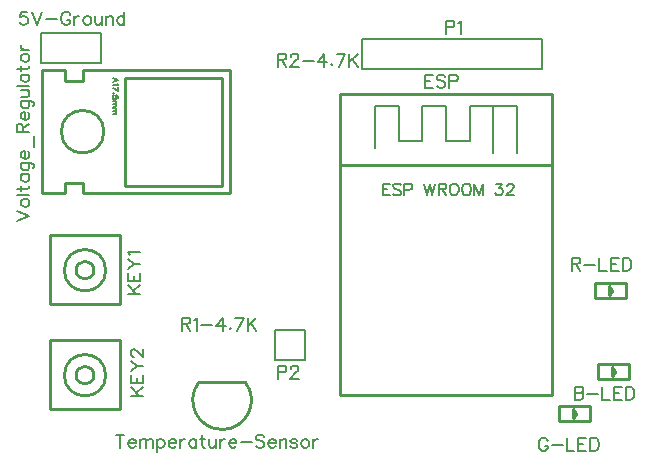
<source format=gto>
G04 ---------------------------- Layer name :TOP SILK LAYER*
G04 EasyEDA v5.8.20, Mon, 11 Feb 2019 17:59:45 GMT*
G04 65bf9d44a92e4a059924f4159289745f*
G04 Gerber Generator version 0.2*
G04 Scale: 100 percent, Rotated: No, Reflected: No *
G04 Dimensions in inches *
G04 leading zeros omitted , absolute positions ,2 integer and 4 decimal *
%FSLAX24Y24*%
%MOIN*%
G90*
G70D02*

%ADD23C,0.010000*%
%ADD24C,0.007874*%
%ADD25C,0.008000*%
%ADD26C,0.007992*%
%ADD27C,0.007000*%
%ADD28C,0.006000*%

%LPD*%
G54D23*
G01X11369Y12355D02*
G01X18456Y12355D01*
G01X11369Y2317D02*
G01X18455Y2315D01*
G01X18456Y12355D02*
G01X18456Y2315D01*
G01X11368Y12355D02*
G01X11368Y2317D01*
G01X11368Y9992D02*
G01X18456Y9992D01*
G54D24*
G01X12551Y10546D02*
G01X12551Y11963D01*
G01X13338Y11963D01*
G01X13338Y10782D01*
G01X14126Y10782D01*
G01X14126Y11963D01*
G01X14913Y11963D01*
G01X14913Y10782D01*
G01X15701Y10782D01*
G01X15701Y11963D01*
G01X17275Y11963D01*
G01X17275Y10388D01*
G01X16488Y10388D02*
G01X16488Y11963D01*
G54D23*
G01X1717Y5357D02*
G01X4040Y5357D01*
G01X4040Y7640D01*
G01X1717Y7640D01*
G01X1717Y5357D01*
G01X1717Y1857D02*
G01X4040Y1857D01*
G01X4040Y4140D01*
G01X1717Y4140D01*
G01X1717Y1857D01*
G01X6669Y2740D02*
G01X8228Y2740D01*
G01X7700Y9050D02*
G01X7700Y13150D01*
G01X1450Y13150D02*
G01X1450Y9050D01*
G01X7700Y13150D02*
G01X2800Y13150D01*
G01X2800Y13150D02*
G01X2800Y12800D01*
G01X2800Y12800D02*
G01X2200Y12800D01*
G01X2200Y12800D02*
G01X2200Y13150D01*
G01X2200Y13150D02*
G01X1450Y13150D01*
G01X7700Y9050D02*
G01X2800Y9050D01*
G01X2800Y9050D02*
G01X2800Y9400D01*
G01X2800Y9400D02*
G01X2200Y9400D01*
G01X2200Y9400D02*
G01X2200Y9050D01*
G01X2200Y9050D02*
G01X1450Y9050D01*
G01X7450Y9300D02*
G01X7450Y12900D01*
G01X4200Y12900D02*
G01X7450Y12900D01*
G01X4200Y12900D02*
G01X4200Y9300D01*
G01X7450Y9300D02*
G01X4200Y9300D01*
G54D25*
G01X1400Y13400D02*
G01X1400Y14390D01*
G01X3400Y14390D01*
G01X3400Y13400D01*
G01X1400Y13400D01*
G01X12850Y14200D02*
G01X12100Y14200D01*
G01X12100Y13200D01*
G01X18100Y13200D01*
G01X18100Y14200D01*
G54D26*
G01X18100Y14200D02*
G01X12850Y14200D01*
G54D25*
G01X10200Y3500D02*
G01X9200Y3500D01*
G01X9200Y4500D01*
G01X10200Y4500D01*
G01X10200Y3750D01*
G54D26*
G01X10200Y3500D02*
G01X10200Y3750D01*
G54D23*
G01X19880Y6050D02*
G01X20919Y6050D01*
G01X20919Y5550D01*
G01X19880Y5550D01*
G01X19880Y6050D01*
G01X20350Y5950D02*
G01X20350Y5650D01*
G01X20400Y5730D01*
G01X20450Y5800D01*
G01X20400Y5869D01*
G01X20350Y5950D01*
G01X20380Y5900D02*
G01X20380Y5700D01*
G01X20400Y5869D02*
G01X20400Y5730D01*
G01X19980Y3350D02*
G01X21019Y3350D01*
G01X21019Y2850D01*
G01X19980Y2850D01*
G01X19980Y3350D01*
G01X20450Y3250D02*
G01X20450Y2950D01*
G01X20500Y3030D01*
G01X20550Y3100D01*
G01X20500Y3169D01*
G01X20450Y3250D01*
G01X20480Y3200D02*
G01X20480Y3000D01*
G01X20500Y3169D02*
G01X20500Y3030D01*
G01X18680Y1950D02*
G01X19719Y1950D01*
G01X19719Y1450D01*
G01X18680Y1450D01*
G01X18680Y1950D01*
G01X19150Y1850D02*
G01X19150Y1550D01*
G01X19200Y1630D01*
G01X19250Y1700D01*
G01X19200Y1769D01*
G01X19150Y1850D01*
G01X19180Y1800D02*
G01X19180Y1600D01*
G01X19200Y1769D02*
G01X19200Y1630D01*
G54D27*
G01X14200Y13000D02*
G01X14200Y12571D01*
G01X14200Y13000D02*
G01X14465Y13000D01*
G01X14200Y12796D02*
G01X14364Y12796D01*
G01X14200Y12571D02*
G01X14465Y12571D01*
G01X14886Y12939D02*
G01X14846Y12980D01*
G01X14785Y13000D01*
G01X14702Y13000D01*
G01X14642Y12980D01*
G01X14601Y12939D01*
G01X14601Y12898D01*
G01X14621Y12857D01*
G01X14642Y12837D01*
G01X14682Y12816D01*
G01X14805Y12775D01*
G01X14846Y12755D01*
G01X14867Y12734D01*
G01X14886Y12694D01*
G01X14886Y12632D01*
G01X14846Y12591D01*
G01X14785Y12571D01*
G01X14702Y12571D01*
G01X14642Y12591D01*
G01X14601Y12632D01*
G01X15022Y13000D02*
G01X15022Y12571D01*
G01X15022Y13000D02*
G01X15206Y13000D01*
G01X15268Y12980D01*
G01X15288Y12959D01*
G01X15309Y12919D01*
G01X15309Y12857D01*
G01X15288Y12816D01*
G01X15268Y12796D01*
G01X15206Y12775D01*
G01X15022Y12775D01*
G01X12798Y9365D02*
G01X12798Y8983D01*
G01X12798Y9365D02*
G01X13034Y9365D01*
G01X12798Y9183D02*
G01X12943Y9183D01*
G01X12798Y8983D02*
G01X13034Y8983D01*
G01X13409Y9311D02*
G01X13373Y9347D01*
G01X13318Y9365D01*
G01X13245Y9365D01*
G01X13191Y9347D01*
G01X13154Y9311D01*
G01X13154Y9274D01*
G01X13173Y9238D01*
G01X13191Y9220D01*
G01X13227Y9202D01*
G01X13336Y9165D01*
G01X13373Y9147D01*
G01X13391Y9129D01*
G01X13409Y9092D01*
G01X13409Y9038D01*
G01X13373Y9002D01*
G01X13318Y8983D01*
G01X13245Y8983D01*
G01X13191Y9002D01*
G01X13154Y9038D01*
G01X13529Y9365D02*
G01X13529Y8983D01*
G01X13529Y9365D02*
G01X13693Y9365D01*
G01X13747Y9347D01*
G01X13765Y9329D01*
G01X13783Y9292D01*
G01X13783Y9238D01*
G01X13765Y9202D01*
G01X13747Y9183D01*
G01X13693Y9165D01*
G01X13529Y9165D01*
G01X14183Y9365D02*
G01X14274Y8983D01*
G01X14365Y9365D02*
G01X14274Y8983D01*
G01X14365Y9365D02*
G01X14456Y8983D01*
G01X14547Y9365D02*
G01X14456Y8983D01*
G01X14667Y9365D02*
G01X14667Y8983D01*
G01X14667Y9365D02*
G01X14831Y9365D01*
G01X14885Y9347D01*
G01X14903Y9329D01*
G01X14922Y9292D01*
G01X14922Y9256D01*
G01X14903Y9220D01*
G01X14885Y9202D01*
G01X14831Y9183D01*
G01X14667Y9183D01*
G01X14794Y9183D02*
G01X14922Y8983D01*
G01X15151Y9365D02*
G01X15114Y9347D01*
G01X15078Y9311D01*
G01X15060Y9274D01*
G01X15042Y9220D01*
G01X15042Y9129D01*
G01X15060Y9074D01*
G01X15078Y9038D01*
G01X15114Y9002D01*
G01X15151Y8983D01*
G01X15223Y8983D01*
G01X15260Y9002D01*
G01X15296Y9038D01*
G01X15314Y9074D01*
G01X15333Y9129D01*
G01X15333Y9220D01*
G01X15314Y9274D01*
G01X15296Y9311D01*
G01X15260Y9347D01*
G01X15223Y9365D01*
G01X15151Y9365D01*
G01X15562Y9365D02*
G01X15525Y9347D01*
G01X15489Y9311D01*
G01X15471Y9274D01*
G01X15453Y9220D01*
G01X15453Y9129D01*
G01X15471Y9074D01*
G01X15489Y9038D01*
G01X15525Y9002D01*
G01X15562Y8983D01*
G01X15634Y8983D01*
G01X15671Y9002D01*
G01X15707Y9038D01*
G01X15725Y9074D01*
G01X15743Y9129D01*
G01X15743Y9220D01*
G01X15725Y9274D01*
G01X15707Y9311D01*
G01X15671Y9347D01*
G01X15634Y9365D01*
G01X15562Y9365D01*
G01X15863Y9365D02*
G01X15863Y8983D01*
G01X15863Y9365D02*
G01X16009Y8983D01*
G01X16154Y9365D02*
G01X16009Y8983D01*
G01X16154Y9365D02*
G01X16154Y8983D01*
G01X16591Y9365D02*
G01X16791Y9365D01*
G01X16682Y9220D01*
G01X16736Y9220D01*
G01X16773Y9202D01*
G01X16791Y9183D01*
G01X16809Y9129D01*
G01X16809Y9092D01*
G01X16791Y9038D01*
G01X16754Y9002D01*
G01X16700Y8983D01*
G01X16645Y8983D01*
G01X16591Y9002D01*
G01X16573Y9020D01*
G01X16554Y9056D01*
G01X16947Y9274D02*
G01X16947Y9292D01*
G01X16965Y9329D01*
G01X16983Y9347D01*
G01X17020Y9365D01*
G01X17093Y9365D01*
G01X17129Y9347D01*
G01X17147Y9329D01*
G01X17165Y9292D01*
G01X17165Y9256D01*
G01X17147Y9220D01*
G01X17111Y9165D01*
G01X16929Y8983D01*
G01X17183Y8983D01*
G01X4300Y5700D02*
G01X4728Y5700D01*
G01X4300Y5986D02*
G01X4586Y5700D01*
G01X4484Y5801D02*
G01X4728Y5986D01*
G01X4300Y6121D02*
G01X4728Y6121D01*
G01X4300Y6121D02*
G01X4300Y6386D01*
G01X4503Y6121D02*
G01X4503Y6284D01*
G01X4728Y6121D02*
G01X4728Y6386D01*
G01X4300Y6521D02*
G01X4503Y6686D01*
G01X4728Y6686D01*
G01X4300Y6850D02*
G01X4503Y6686D01*
G01X4380Y6984D02*
G01X4361Y7025D01*
G01X4300Y7086D01*
G01X4728Y7086D01*
G01X4400Y2300D02*
G01X4828Y2300D01*
G01X4400Y2586D02*
G01X4686Y2300D01*
G01X4584Y2401D02*
G01X4828Y2586D01*
G01X4400Y2721D02*
G01X4828Y2721D01*
G01X4400Y2721D02*
G01X4400Y2986D01*
G01X4603Y2721D02*
G01X4603Y2884D01*
G01X4828Y2721D02*
G01X4828Y2986D01*
G01X4400Y3121D02*
G01X4603Y3286D01*
G01X4828Y3286D01*
G01X4400Y3450D02*
G01X4603Y3286D01*
G01X4501Y3605D02*
G01X4480Y3605D01*
G01X4440Y3625D01*
G01X4419Y3646D01*
G01X4400Y3686D01*
G01X4400Y3769D01*
G01X4419Y3809D01*
G01X4440Y3830D01*
G01X4480Y3850D01*
G01X4521Y3850D01*
G01X4563Y3830D01*
G01X4625Y3788D01*
G01X4828Y3584D01*
G01X4828Y3871D01*
G01X4043Y999D02*
G01X4043Y570D01*
G01X3900Y999D02*
G01X4186Y999D01*
G01X4321Y734D02*
G01X4567Y734D01*
G01X4567Y774D01*
G01X4546Y815D01*
G01X4526Y836D01*
G01X4485Y856D01*
G01X4423Y856D01*
G01X4383Y836D01*
G01X4342Y795D01*
G01X4321Y734D01*
G01X4321Y693D01*
G01X4342Y631D01*
G01X4383Y590D01*
G01X4423Y570D01*
G01X4485Y570D01*
G01X4526Y590D01*
G01X4567Y631D01*
G01X4702Y856D02*
G01X4702Y570D01*
G01X4702Y774D02*
G01X4763Y836D01*
G01X4804Y856D01*
G01X4865Y856D01*
G01X4906Y836D01*
G01X4927Y774D01*
G01X4927Y570D01*
G01X4927Y774D02*
G01X4988Y836D01*
G01X5029Y856D01*
G01X5090Y856D01*
G01X5131Y836D01*
G01X5152Y774D01*
G01X5152Y570D01*
G01X5287Y856D02*
G01X5287Y427D01*
G01X5287Y795D02*
G01X5328Y836D01*
G01X5368Y856D01*
G01X5430Y856D01*
G01X5471Y836D01*
G01X5512Y795D01*
G01X5532Y734D01*
G01X5532Y693D01*
G01X5512Y631D01*
G01X5471Y590D01*
G01X5430Y570D01*
G01X5368Y570D01*
G01X5328Y590D01*
G01X5287Y631D01*
G01X5667Y734D02*
G01X5913Y734D01*
G01X5913Y774D01*
G01X5892Y815D01*
G01X5872Y836D01*
G01X5831Y856D01*
G01X5769Y856D01*
G01X5728Y836D01*
G01X5688Y795D01*
G01X5667Y734D01*
G01X5667Y693D01*
G01X5688Y631D01*
G01X5728Y590D01*
G01X5769Y570D01*
G01X5831Y570D01*
G01X5872Y590D01*
G01X5913Y631D01*
G01X6048Y856D02*
G01X6048Y570D01*
G01X6048Y734D02*
G01X6068Y795D01*
G01X6109Y836D01*
G01X6150Y856D01*
G01X6211Y856D01*
G01X6592Y856D02*
G01X6592Y570D01*
G01X6592Y795D02*
G01X6551Y836D01*
G01X6510Y856D01*
G01X6448Y856D01*
G01X6408Y836D01*
G01X6367Y795D01*
G01X6346Y734D01*
G01X6346Y693D01*
G01X6367Y631D01*
G01X6408Y590D01*
G01X6448Y570D01*
G01X6510Y570D01*
G01X6551Y590D01*
G01X6592Y631D01*
G01X6788Y999D02*
G01X6788Y652D01*
G01X6808Y590D01*
G01X6849Y570D01*
G01X6890Y570D01*
G01X6727Y856D02*
G01X6870Y856D01*
G01X7025Y856D02*
G01X7025Y652D01*
G01X7046Y590D01*
G01X7087Y570D01*
G01X7148Y570D01*
G01X7189Y590D01*
G01X7250Y652D01*
G01X7250Y856D02*
G01X7250Y570D01*
G01X7385Y856D02*
G01X7385Y570D01*
G01X7385Y734D02*
G01X7406Y795D01*
G01X7447Y836D01*
G01X7488Y856D01*
G01X7549Y856D01*
G01X7684Y734D02*
G01X7929Y734D01*
G01X7929Y774D01*
G01X7909Y815D01*
G01X7888Y836D01*
G01X7848Y856D01*
G01X7786Y856D01*
G01X7745Y836D01*
G01X7704Y795D01*
G01X7684Y734D01*
G01X7684Y693D01*
G01X7704Y631D01*
G01X7745Y590D01*
G01X7786Y570D01*
G01X7848Y570D01*
G01X7888Y590D01*
G01X7929Y631D01*
G01X8064Y754D02*
G01X8433Y754D01*
G01X8854Y938D02*
G01X8813Y979D01*
G01X8752Y999D01*
G01X8670Y999D01*
G01X8608Y979D01*
G01X8568Y938D01*
G01X8568Y897D01*
G01X8588Y856D01*
G01X8608Y836D01*
G01X8649Y815D01*
G01X8772Y774D01*
G01X8813Y754D01*
G01X8833Y734D01*
G01X8854Y693D01*
G01X8854Y631D01*
G01X8813Y590D01*
G01X8752Y570D01*
G01X8670Y570D01*
G01X8608Y590D01*
G01X8568Y631D01*
G01X8989Y734D02*
G01X9234Y734D01*
G01X9234Y774D01*
G01X9214Y815D01*
G01X9193Y836D01*
G01X9153Y856D01*
G01X9091Y856D01*
G01X9050Y836D01*
G01X9009Y795D01*
G01X8989Y734D01*
G01X8989Y693D01*
G01X9009Y631D01*
G01X9050Y590D01*
G01X9091Y570D01*
G01X9153Y570D01*
G01X9193Y590D01*
G01X9234Y631D01*
G01X9369Y856D02*
G01X9369Y570D01*
G01X9369Y774D02*
G01X9431Y836D01*
G01X9472Y856D01*
G01X9533Y856D01*
G01X9574Y836D01*
G01X9594Y774D01*
G01X9594Y570D01*
G01X9954Y795D02*
G01X9934Y836D01*
G01X9873Y856D01*
G01X9811Y856D01*
G01X9750Y836D01*
G01X9729Y795D01*
G01X9750Y754D01*
G01X9791Y734D01*
G01X9893Y713D01*
G01X9934Y693D01*
G01X9954Y652D01*
G01X9954Y631D01*
G01X9934Y590D01*
G01X9873Y570D01*
G01X9811Y570D01*
G01X9750Y590D01*
G01X9729Y631D01*
G01X10192Y856D02*
G01X10151Y836D01*
G01X10110Y795D01*
G01X10089Y734D01*
G01X10089Y693D01*
G01X10110Y631D01*
G01X10151Y590D01*
G01X10192Y570D01*
G01X10253Y570D01*
G01X10294Y590D01*
G01X10335Y631D01*
G01X10355Y693D01*
G01X10355Y734D01*
G01X10335Y795D01*
G01X10294Y836D01*
G01X10253Y856D01*
G01X10192Y856D01*
G01X10490Y856D02*
G01X10490Y570D01*
G01X10490Y734D02*
G01X10511Y795D01*
G01X10552Y836D01*
G01X10593Y856D01*
G01X10654Y856D01*
G01X599Y8137D02*
G01X1028Y8301D01*
G01X599Y8464D02*
G01X1028Y8301D01*
G01X742Y8702D02*
G01X762Y8661D01*
G01X803Y8620D01*
G01X864Y8599D01*
G01X905Y8599D01*
G01X967Y8620D01*
G01X1008Y8661D01*
G01X1028Y8702D01*
G01X1028Y8763D01*
G01X1008Y8804D01*
G01X967Y8845D01*
G01X905Y8865D01*
G01X864Y8865D01*
G01X803Y8845D01*
G01X762Y8804D01*
G01X742Y8763D01*
G01X742Y8702D01*
G01X599Y9000D02*
G01X1028Y9000D01*
G01X599Y9197D02*
G01X946Y9197D01*
G01X1008Y9217D01*
G01X1028Y9258D01*
G01X1028Y9299D01*
G01X742Y9135D02*
G01X742Y9278D01*
G01X742Y9679D02*
G01X1028Y9679D01*
G01X803Y9679D02*
G01X762Y9638D01*
G01X742Y9597D01*
G01X742Y9536D01*
G01X762Y9495D01*
G01X803Y9454D01*
G01X864Y9434D01*
G01X905Y9434D01*
G01X967Y9454D01*
G01X1008Y9495D01*
G01X1028Y9536D01*
G01X1028Y9597D01*
G01X1008Y9638D01*
G01X967Y9679D01*
G01X742Y10060D02*
G01X1069Y10060D01*
G01X1130Y10039D01*
G01X1151Y10019D01*
G01X1171Y9978D01*
G01X1171Y9917D01*
G01X1151Y9876D01*
G01X803Y10060D02*
G01X762Y10019D01*
G01X742Y9978D01*
G01X742Y9917D01*
G01X762Y9876D01*
G01X803Y9835D01*
G01X864Y9814D01*
G01X905Y9814D01*
G01X967Y9835D01*
G01X1008Y9876D01*
G01X1028Y9917D01*
G01X1028Y9978D01*
G01X1008Y10019D01*
G01X967Y10060D01*
G01X864Y10195D02*
G01X864Y10440D01*
G01X824Y10440D01*
G01X783Y10420D01*
G01X762Y10399D01*
G01X742Y10358D01*
G01X742Y10297D01*
G01X762Y10256D01*
G01X803Y10215D01*
G01X864Y10195D01*
G01X905Y10195D01*
G01X967Y10215D01*
G01X1008Y10256D01*
G01X1028Y10297D01*
G01X1028Y10358D01*
G01X1008Y10399D01*
G01X967Y10440D01*
G01X1171Y10575D02*
G01X1171Y10943D01*
G01X599Y11078D02*
G01X1028Y11078D01*
G01X599Y11078D02*
G01X599Y11262D01*
G01X619Y11324D01*
G01X639Y11344D01*
G01X680Y11365D01*
G01X721Y11365D01*
G01X762Y11344D01*
G01X783Y11324D01*
G01X803Y11262D01*
G01X803Y11078D01*
G01X803Y11222D02*
G01X1028Y11365D01*
G01X864Y11500D02*
G01X864Y11745D01*
G01X824Y11745D01*
G01X783Y11725D01*
G01X762Y11704D01*
G01X742Y11663D01*
G01X742Y11602D01*
G01X762Y11561D01*
G01X803Y11520D01*
G01X864Y11500D01*
G01X905Y11500D01*
G01X967Y11520D01*
G01X1008Y11561D01*
G01X1028Y11602D01*
G01X1028Y11663D01*
G01X1008Y11704D01*
G01X967Y11745D01*
G01X742Y12126D02*
G01X1069Y12126D01*
G01X1130Y12105D01*
G01X1151Y12085D01*
G01X1171Y12044D01*
G01X1171Y11982D01*
G01X1151Y11942D01*
G01X803Y12126D02*
G01X762Y12085D01*
G01X742Y12044D01*
G01X742Y11982D01*
G01X762Y11942D01*
G01X803Y11901D01*
G01X864Y11880D01*
G01X905Y11880D01*
G01X967Y11901D01*
G01X1008Y11942D01*
G01X1028Y11982D01*
G01X1028Y12044D01*
G01X1008Y12085D01*
G01X967Y12126D01*
G01X742Y12261D02*
G01X946Y12261D01*
G01X1008Y12281D01*
G01X1028Y12322D01*
G01X1028Y12383D01*
G01X1008Y12424D01*
G01X946Y12486D01*
G01X742Y12486D02*
G01X1028Y12486D01*
G01X599Y12621D02*
G01X1028Y12621D01*
G01X742Y13001D02*
G01X1028Y13001D01*
G01X803Y13001D02*
G01X762Y12960D01*
G01X742Y12919D01*
G01X742Y12858D01*
G01X762Y12817D01*
G01X803Y12776D01*
G01X864Y12756D01*
G01X905Y12756D01*
G01X967Y12776D01*
G01X1008Y12817D01*
G01X1028Y12858D01*
G01X1028Y12919D01*
G01X1008Y12960D01*
G01X967Y13001D01*
G01X599Y13197D02*
G01X946Y13197D01*
G01X1008Y13218D01*
G01X1028Y13259D01*
G01X1028Y13300D01*
G01X742Y13136D02*
G01X742Y13279D01*
G01X742Y13537D02*
G01X762Y13496D01*
G01X803Y13455D01*
G01X864Y13435D01*
G01X905Y13435D01*
G01X967Y13455D01*
G01X1008Y13496D01*
G01X1028Y13537D01*
G01X1028Y13598D01*
G01X1008Y13639D01*
G01X967Y13680D01*
G01X905Y13701D01*
G01X864Y13701D01*
G01X803Y13680D01*
G01X762Y13639D01*
G01X742Y13598D01*
G01X742Y13537D01*
G01X742Y13836D02*
G01X1028Y13836D01*
G01X864Y13836D02*
G01X803Y13856D01*
G01X762Y13897D01*
G01X742Y13938D01*
G01X742Y13999D01*
G54D28*
G01X3991Y12826D02*
G01X3800Y12900D01*
G01X3991Y12826D02*
G01X3800Y12755D01*
G01X3864Y12873D02*
G01X3864Y12782D01*
G01X3955Y12694D02*
G01X3964Y12676D01*
G01X3991Y12648D01*
G01X3800Y12648D01*
G01X3991Y12461D02*
G01X3800Y12553D01*
G01X3991Y12588D02*
G01X3991Y12461D01*
G01X3837Y12384D02*
G01X3827Y12392D01*
G01X3837Y12401D01*
G01X3846Y12392D01*
G01X3837Y12384D01*
G01X3818Y12384D01*
G01X3800Y12401D01*
G01X3991Y12215D02*
G01X3991Y12305D01*
G01X3909Y12315D01*
G01X3918Y12305D01*
G01X3927Y12278D01*
G01X3927Y12251D01*
G01X3918Y12223D01*
G01X3900Y12205D01*
G01X3873Y12196D01*
G01X3855Y12196D01*
G01X3827Y12205D01*
G01X3809Y12223D01*
G01X3800Y12251D01*
G01X3800Y12278D01*
G01X3809Y12305D01*
G01X3818Y12315D01*
G01X3837Y12323D01*
G01X3927Y12136D02*
G01X3800Y12136D01*
G01X3891Y12136D02*
G01X3918Y12109D01*
G01X3927Y12090D01*
G01X3927Y12063D01*
G01X3918Y12044D01*
G01X3891Y12036D01*
G01X3800Y12036D01*
G01X3891Y12036D02*
G01X3918Y12009D01*
G01X3927Y11990D01*
G01X3927Y11963D01*
G01X3918Y11944D01*
G01X3891Y11936D01*
G01X3800Y11936D01*
G01X3927Y11876D02*
G01X3800Y11876D01*
G01X3891Y11876D02*
G01X3918Y11848D01*
G01X3927Y11830D01*
G01X3927Y11803D01*
G01X3918Y11784D01*
G01X3891Y11776D01*
G01X3800Y11776D01*
G01X3891Y11776D02*
G01X3918Y11748D01*
G01X3927Y11730D01*
G01X3927Y11703D01*
G01X3918Y11684D01*
G01X3891Y11676D01*
G01X3800Y11676D01*
G54D27*
G01X944Y15099D02*
G01X740Y15099D01*
G01X719Y14914D01*
G01X740Y14935D01*
G01X801Y14955D01*
G01X863Y14955D01*
G01X925Y14935D01*
G01X965Y14894D01*
G01X986Y14833D01*
G01X986Y14792D01*
G01X965Y14730D01*
G01X925Y14689D01*
G01X863Y14669D01*
G01X801Y14669D01*
G01X740Y14689D01*
G01X719Y14710D01*
G01X700Y14751D01*
G01X1121Y15099D02*
G01X1284Y14669D01*
G01X1448Y15099D02*
G01X1284Y14669D01*
G01X1584Y14853D02*
G01X1951Y14853D01*
G01X2394Y14996D02*
G01X2373Y15037D01*
G01X2332Y15078D01*
G01X2290Y15099D01*
G01X2209Y15099D01*
G01X2169Y15078D01*
G01X2128Y15037D01*
G01X2107Y14996D01*
G01X2086Y14935D01*
G01X2086Y14833D01*
G01X2107Y14771D01*
G01X2128Y14730D01*
G01X2169Y14689D01*
G01X2209Y14669D01*
G01X2290Y14669D01*
G01X2332Y14689D01*
G01X2373Y14730D01*
G01X2394Y14771D01*
G01X2394Y14833D01*
G01X2290Y14833D02*
G01X2394Y14833D01*
G01X2528Y14955D02*
G01X2528Y14669D01*
G01X2528Y14833D02*
G01X2548Y14894D01*
G01X2590Y14935D01*
G01X2630Y14955D01*
G01X2692Y14955D01*
G01X2930Y14955D02*
G01X2888Y14935D01*
G01X2848Y14894D01*
G01X2826Y14833D01*
G01X2826Y14792D01*
G01X2848Y14730D01*
G01X2888Y14689D01*
G01X2930Y14669D01*
G01X2990Y14669D01*
G01X3032Y14689D01*
G01X3073Y14730D01*
G01X3092Y14792D01*
G01X3092Y14833D01*
G01X3073Y14894D01*
G01X3032Y14935D01*
G01X2990Y14955D01*
G01X2930Y14955D01*
G01X3228Y14955D02*
G01X3228Y14751D01*
G01X3248Y14689D01*
G01X3290Y14669D01*
G01X3351Y14669D01*
G01X3392Y14689D01*
G01X3453Y14751D01*
G01X3453Y14955D02*
G01X3453Y14669D01*
G01X3588Y14955D02*
G01X3588Y14669D01*
G01X3588Y14874D02*
G01X3650Y14935D01*
G01X3690Y14955D01*
G01X3751Y14955D01*
G01X3792Y14935D01*
G01X3813Y14874D01*
G01X3813Y14669D01*
G01X4194Y15099D02*
G01X4194Y14669D01*
G01X4194Y14894D02*
G01X4153Y14935D01*
G01X4111Y14955D01*
G01X4050Y14955D01*
G01X4009Y14935D01*
G01X3969Y14894D01*
G01X3948Y14833D01*
G01X3948Y14792D01*
G01X3969Y14730D01*
G01X4009Y14689D01*
G01X4050Y14669D01*
G01X4111Y14669D01*
G01X4153Y14689D01*
G01X4194Y14730D01*
G01X6100Y4899D02*
G01X6100Y4469D01*
G01X6100Y4899D02*
G01X6284Y4899D01*
G01X6344Y4878D01*
G01X6365Y4858D01*
G01X6385Y4817D01*
G01X6385Y4776D01*
G01X6365Y4735D01*
G01X6344Y4714D01*
G01X6284Y4694D01*
G01X6100Y4694D01*
G01X6243Y4694D02*
G01X6385Y4469D01*
G01X6521Y4817D02*
G01X6561Y4837D01*
G01X6623Y4899D01*
G01X6623Y4469D01*
G01X6759Y4653D02*
G01X7127Y4653D01*
G01X7465Y4899D02*
G01X7261Y4612D01*
G01X7568Y4612D01*
G01X7465Y4899D02*
G01X7465Y4469D01*
G01X7723Y4571D02*
G01X7703Y4551D01*
G01X7723Y4530D01*
G01X7744Y4551D01*
G01X7723Y4571D01*
G01X8165Y4899D02*
G01X7960Y4469D01*
G01X7880Y4899D02*
G01X8165Y4899D01*
G01X8301Y4899D02*
G01X8301Y4469D01*
G01X8586Y4899D02*
G01X8301Y4612D01*
G01X8402Y4714D02*
G01X8586Y4469D01*
G01X9300Y13699D02*
G01X9300Y13269D01*
G01X9300Y13699D02*
G01X9484Y13699D01*
G01X9544Y13678D01*
G01X9565Y13658D01*
G01X9585Y13617D01*
G01X9585Y13576D01*
G01X9565Y13535D01*
G01X9544Y13514D01*
G01X9484Y13494D01*
G01X9300Y13494D01*
G01X9443Y13494D02*
G01X9585Y13269D01*
G01X9742Y13596D02*
G01X9742Y13617D01*
G01X9761Y13658D01*
G01X9782Y13678D01*
G01X9823Y13699D01*
G01X9905Y13699D01*
G01X9946Y13678D01*
G01X9967Y13658D01*
G01X9986Y13617D01*
G01X9986Y13576D01*
G01X9967Y13535D01*
G01X9926Y13474D01*
G01X9721Y13269D01*
G01X10007Y13269D01*
G01X10143Y13453D02*
G01X10510Y13453D01*
G01X10850Y13699D02*
G01X10646Y13412D01*
G01X10952Y13412D01*
G01X10850Y13699D02*
G01X10850Y13269D01*
G01X11107Y13371D02*
G01X11088Y13351D01*
G01X11107Y13330D01*
G01X11128Y13351D01*
G01X11107Y13371D01*
G01X11550Y13699D02*
G01X11344Y13269D01*
G01X11264Y13699D02*
G01X11550Y13699D01*
G01X11685Y13699D02*
G01X11685Y13269D01*
G01X11971Y13699D02*
G01X11685Y13412D01*
G01X11786Y13514D02*
G01X11971Y13269D01*
G01X14900Y14800D02*
G01X14900Y14371D01*
G01X14900Y14800D02*
G01X15084Y14800D01*
G01X15144Y14780D01*
G01X15165Y14760D01*
G01X15185Y14719D01*
G01X15185Y14657D01*
G01X15165Y14616D01*
G01X15144Y14596D01*
G01X15084Y14575D01*
G01X14900Y14575D01*
G01X15321Y14719D02*
G01X15361Y14739D01*
G01X15423Y14800D01*
G01X15423Y14371D01*
G01X9300Y3299D02*
G01X9300Y2870D01*
G01X9300Y3299D02*
G01X9484Y3299D01*
G01X9544Y3279D01*
G01X9565Y3259D01*
G01X9585Y3218D01*
G01X9585Y3156D01*
G01X9565Y3115D01*
G01X9544Y3095D01*
G01X9484Y3074D01*
G01X9300Y3074D01*
G01X9742Y3197D02*
G01X9742Y3218D01*
G01X9761Y3259D01*
G01X9782Y3279D01*
G01X9823Y3299D01*
G01X9905Y3299D01*
G01X9946Y3279D01*
G01X9967Y3259D01*
G01X9986Y3218D01*
G01X9986Y3177D01*
G01X9967Y3136D01*
G01X9926Y3074D01*
G01X9721Y2870D01*
G01X10007Y2870D01*
G01X19100Y6900D02*
G01X19100Y6471D01*
G01X19100Y6900D02*
G01X19284Y6900D01*
G01X19344Y6880D01*
G01X19365Y6860D01*
G01X19385Y6819D01*
G01X19385Y6778D01*
G01X19365Y6737D01*
G01X19344Y6716D01*
G01X19284Y6696D01*
G01X19100Y6696D01*
G01X19243Y6696D02*
G01X19385Y6471D01*
G01X19521Y6655D02*
G01X19889Y6655D01*
G01X20025Y6900D02*
G01X20025Y6471D01*
G01X20025Y6471D02*
G01X20269Y6471D01*
G01X20405Y6900D02*
G01X20405Y6471D01*
G01X20405Y6900D02*
G01X20671Y6900D01*
G01X20405Y6696D02*
G01X20568Y6696D01*
G01X20405Y6471D02*
G01X20671Y6471D01*
G01X20806Y6900D02*
G01X20806Y6471D01*
G01X20806Y6900D02*
G01X20948Y6900D01*
G01X21010Y6880D01*
G01X21051Y6839D01*
G01X21072Y6798D01*
G01X21092Y6737D01*
G01X21092Y6635D01*
G01X21072Y6573D01*
G01X21051Y6532D01*
G01X21010Y6491D01*
G01X20948Y6471D01*
G01X20806Y6471D01*
G01X19200Y2599D02*
G01X19200Y2169D01*
G01X19200Y2599D02*
G01X19384Y2599D01*
G01X19444Y2578D01*
G01X19465Y2558D01*
G01X19485Y2517D01*
G01X19485Y2476D01*
G01X19465Y2435D01*
G01X19444Y2414D01*
G01X19384Y2394D01*
G01X19200Y2394D02*
G01X19384Y2394D01*
G01X19444Y2374D01*
G01X19465Y2353D01*
G01X19485Y2312D01*
G01X19485Y2251D01*
G01X19465Y2210D01*
G01X19444Y2189D01*
G01X19384Y2169D01*
G01X19200Y2169D01*
G01X19621Y2353D02*
G01X19989Y2353D01*
G01X20125Y2599D02*
G01X20125Y2169D01*
G01X20125Y2169D02*
G01X20369Y2169D01*
G01X20505Y2599D02*
G01X20505Y2169D01*
G01X20505Y2599D02*
G01X20771Y2599D01*
G01X20505Y2394D02*
G01X20668Y2394D01*
G01X20505Y2169D02*
G01X20771Y2169D01*
G01X20906Y2599D02*
G01X20906Y2169D01*
G01X20906Y2599D02*
G01X21048Y2599D01*
G01X21110Y2578D01*
G01X21151Y2537D01*
G01X21172Y2496D01*
G01X21192Y2435D01*
G01X21192Y2333D01*
G01X21172Y2271D01*
G01X21151Y2230D01*
G01X21110Y2189D01*
G01X21048Y2169D01*
G01X20906Y2169D01*
G01X18306Y796D02*
G01X18285Y837D01*
G01X18244Y878D01*
G01X18205Y899D01*
G01X18122Y899D01*
G01X18081Y878D01*
G01X18040Y837D01*
G01X18019Y796D01*
G01X18000Y735D01*
G01X18000Y633D01*
G01X18019Y571D01*
G01X18040Y530D01*
G01X18081Y489D01*
G01X18122Y469D01*
G01X18205Y469D01*
G01X18244Y489D01*
G01X18285Y530D01*
G01X18306Y571D01*
G01X18306Y633D01*
G01X18205Y633D02*
G01X18306Y633D01*
G01X18442Y653D02*
G01X18810Y653D01*
G01X18944Y899D02*
G01X18944Y469D01*
G01X18944Y469D02*
G01X19189Y469D01*
G01X19325Y899D02*
G01X19325Y469D01*
G01X19325Y899D02*
G01X19590Y899D01*
G01X19325Y694D02*
G01X19489Y694D01*
G01X19325Y469D02*
G01X19590Y469D01*
G01X19726Y899D02*
G01X19726Y469D01*
G01X19726Y899D02*
G01X19869Y899D01*
G01X19931Y878D01*
G01X19972Y837D01*
G01X19992Y796D01*
G01X20013Y735D01*
G01X20013Y633D01*
G01X19992Y571D01*
G01X19972Y530D01*
G01X19931Y489D01*
G01X19869Y469D01*
G01X19726Y469D01*
G54D23*
G75*
G01X6670Y2741D02*
G3X8230Y2741I780J-590D01*
G01*
G75*
G01X3176Y6482D02*
G03X3176Y6482I-295J0D01*
G01*
G75*
G01X3570Y6482D02*
G03X3570Y6482I-689J0D01*
G01*
G75*
G01X3176Y2982D02*
G03X3176Y2982I-295J0D01*
G01*
G75*
G01X3570Y2982D02*
G03X3570Y2982I-689J0D01*
G01*
G75*
G01X3510Y11100D02*
G03X3510Y11100I-710J0D01*
G01*
M00*
M02*

</source>
